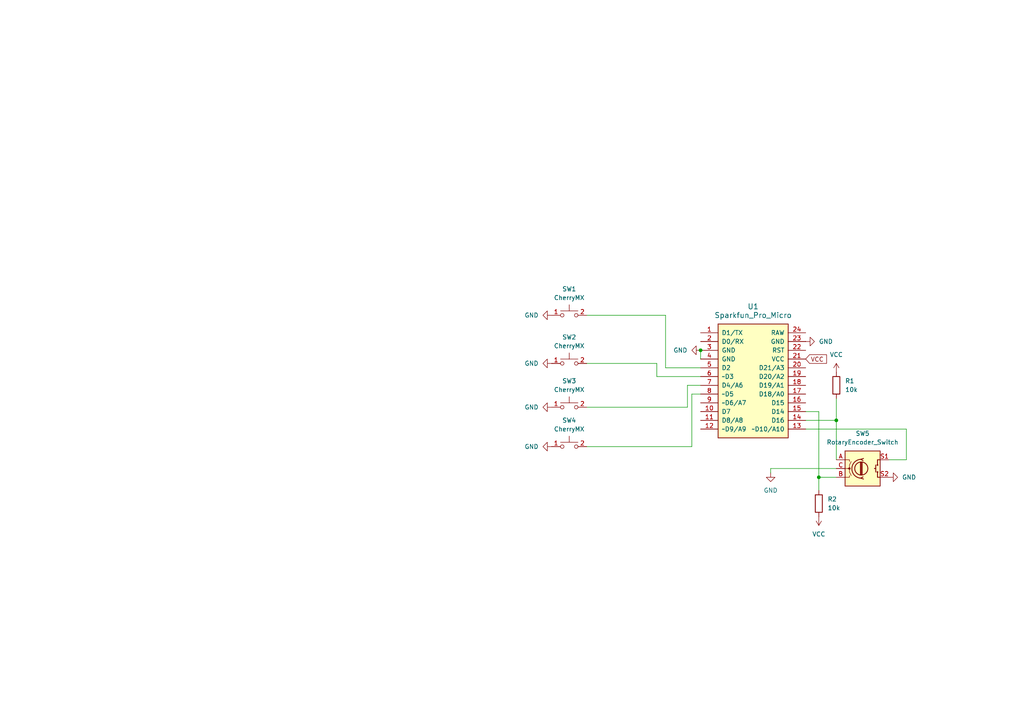
<source format=kicad_sch>
(kicad_sch
	(version 20231120)
	(generator "eeschema")
	(generator_version "8.0")
	(uuid "871839ef-4bb5-442b-82d0-9b836f903961")
	(paper "A4")
	(lib_symbols
		(symbol "Arduino:Sparkfun_Pro_Micro"
			(pin_names
				(offset 1.016)
			)
			(exclude_from_sim no)
			(in_bom yes)
			(on_board yes)
			(property "Reference" "U"
				(at -8.89 21.59 0)
				(effects
					(font
						(size 1.524 1.524)
					)
				)
			)
			(property "Value" "Sparkfun_Pro_Micro"
				(at 0 19.05 0)
				(effects
					(font
						(size 1.524 1.524)
					)
				)
			)
			(property "Footprint" "Arduino:Sparkfun_Pro_Micro"
				(at 0 -16.51 0)
				(effects
					(font
						(size 1.524 1.524)
					)
					(hide yes)
				)
			)
			(property "Datasheet" ""
				(at 2.54 -26.67 0)
				(effects
					(font
						(size 1.524 1.524)
					)
					(hide yes)
				)
			)
			(property "Description" ""
				(at 0 0 0)
				(effects
					(font
						(size 1.27 1.27)
					)
					(hide yes)
				)
			)
			(symbol "Sparkfun_Pro_Micro_0_1"
				(rectangle
					(start -10.16 17.78)
					(end 10.16 -15.24)
					(stroke
						(width 0.254)
						(type solid)
					)
					(fill
						(type background)
					)
				)
			)
			(symbol "Sparkfun_Pro_Micro_1_1"
				(pin bidirectional line
					(at -15.24 15.24 0)
					(length 5.08)
					(name "D1/TX"
						(effects
							(font
								(size 1.27 1.27)
							)
						)
					)
					(number "1"
						(effects
							(font
								(size 1.27 1.27)
							)
						)
					)
				)
				(pin bidirectional line
					(at -15.24 -7.62 0)
					(length 5.08)
					(name "D7"
						(effects
							(font
								(size 1.27 1.27)
							)
						)
					)
					(number "10"
						(effects
							(font
								(size 1.27 1.27)
							)
						)
					)
				)
				(pin bidirectional line
					(at -15.24 -10.16 0)
					(length 5.08)
					(name "D8/A8"
						(effects
							(font
								(size 1.27 1.27)
							)
						)
					)
					(number "11"
						(effects
							(font
								(size 1.27 1.27)
							)
						)
					)
				)
				(pin bidirectional line
					(at -15.24 -12.7 0)
					(length 5.08)
					(name "~D9/A9"
						(effects
							(font
								(size 1.27 1.27)
							)
						)
					)
					(number "12"
						(effects
							(font
								(size 1.27 1.27)
							)
						)
					)
				)
				(pin bidirectional line
					(at 15.24 -12.7 180)
					(length 5.08)
					(name "~D10/A10"
						(effects
							(font
								(size 1.27 1.27)
							)
						)
					)
					(number "13"
						(effects
							(font
								(size 1.27 1.27)
							)
						)
					)
				)
				(pin bidirectional line
					(at 15.24 -10.16 180)
					(length 5.08)
					(name "D16"
						(effects
							(font
								(size 1.27 1.27)
							)
						)
					)
					(number "14"
						(effects
							(font
								(size 1.27 1.27)
							)
						)
					)
				)
				(pin bidirectional line
					(at 15.24 -7.62 180)
					(length 5.08)
					(name "D14"
						(effects
							(font
								(size 1.27 1.27)
							)
						)
					)
					(number "15"
						(effects
							(font
								(size 1.27 1.27)
							)
						)
					)
				)
				(pin bidirectional line
					(at 15.24 -5.08 180)
					(length 5.08)
					(name "D15"
						(effects
							(font
								(size 1.27 1.27)
							)
						)
					)
					(number "16"
						(effects
							(font
								(size 1.27 1.27)
							)
						)
					)
				)
				(pin bidirectional line
					(at 15.24 -2.54 180)
					(length 5.08)
					(name "D18/A0"
						(effects
							(font
								(size 1.27 1.27)
							)
						)
					)
					(number "17"
						(effects
							(font
								(size 1.27 1.27)
							)
						)
					)
				)
				(pin bidirectional line
					(at 15.24 0 180)
					(length 5.08)
					(name "D19/A1"
						(effects
							(font
								(size 1.27 1.27)
							)
						)
					)
					(number "18"
						(effects
							(font
								(size 1.27 1.27)
							)
						)
					)
				)
				(pin bidirectional line
					(at 15.24 2.54 180)
					(length 5.08)
					(name "D20/A2"
						(effects
							(font
								(size 1.27 1.27)
							)
						)
					)
					(number "19"
						(effects
							(font
								(size 1.27 1.27)
							)
						)
					)
				)
				(pin bidirectional line
					(at -15.24 12.7 0)
					(length 5.08)
					(name "D0/RX"
						(effects
							(font
								(size 1.27 1.27)
							)
						)
					)
					(number "2"
						(effects
							(font
								(size 1.27 1.27)
							)
						)
					)
				)
				(pin bidirectional line
					(at 15.24 5.08 180)
					(length 5.08)
					(name "D21/A3"
						(effects
							(font
								(size 1.27 1.27)
							)
						)
					)
					(number "20"
						(effects
							(font
								(size 1.27 1.27)
							)
						)
					)
				)
				(pin power_in line
					(at 15.24 7.62 180)
					(length 5.08)
					(name "VCC"
						(effects
							(font
								(size 1.27 1.27)
							)
						)
					)
					(number "21"
						(effects
							(font
								(size 1.27 1.27)
							)
						)
					)
				)
				(pin input line
					(at 15.24 10.16 180)
					(length 5.08)
					(name "RST"
						(effects
							(font
								(size 1.27 1.27)
							)
						)
					)
					(number "22"
						(effects
							(font
								(size 1.27 1.27)
							)
						)
					)
				)
				(pin power_in line
					(at 15.24 12.7 180)
					(length 5.08)
					(name "GND"
						(effects
							(font
								(size 1.27 1.27)
							)
						)
					)
					(number "23"
						(effects
							(font
								(size 1.27 1.27)
							)
						)
					)
				)
				(pin power_in line
					(at 15.24 15.24 180)
					(length 5.08)
					(name "RAW"
						(effects
							(font
								(size 1.27 1.27)
							)
						)
					)
					(number "24"
						(effects
							(font
								(size 1.27 1.27)
							)
						)
					)
				)
				(pin power_in line
					(at -15.24 10.16 0)
					(length 5.08)
					(name "GND"
						(effects
							(font
								(size 1.27 1.27)
							)
						)
					)
					(number "3"
						(effects
							(font
								(size 1.27 1.27)
							)
						)
					)
				)
				(pin power_in line
					(at -15.24 7.62 0)
					(length 5.08)
					(name "GND"
						(effects
							(font
								(size 1.27 1.27)
							)
						)
					)
					(number "4"
						(effects
							(font
								(size 1.27 1.27)
							)
						)
					)
				)
				(pin bidirectional line
					(at -15.24 5.08 0)
					(length 5.08)
					(name "D2"
						(effects
							(font
								(size 1.27 1.27)
							)
						)
					)
					(number "5"
						(effects
							(font
								(size 1.27 1.27)
							)
						)
					)
				)
				(pin bidirectional line
					(at -15.24 2.54 0)
					(length 5.08)
					(name "~D3"
						(effects
							(font
								(size 1.27 1.27)
							)
						)
					)
					(number "6"
						(effects
							(font
								(size 1.27 1.27)
							)
						)
					)
				)
				(pin bidirectional line
					(at -15.24 0 0)
					(length 5.08)
					(name "D4/A6"
						(effects
							(font
								(size 1.27 1.27)
							)
						)
					)
					(number "7"
						(effects
							(font
								(size 1.27 1.27)
							)
						)
					)
				)
				(pin bidirectional line
					(at -15.24 -2.54 0)
					(length 5.08)
					(name "~D5"
						(effects
							(font
								(size 1.27 1.27)
							)
						)
					)
					(number "8"
						(effects
							(font
								(size 1.27 1.27)
							)
						)
					)
				)
				(pin bidirectional line
					(at -15.24 -5.08 0)
					(length 5.08)
					(name "~D6/A7"
						(effects
							(font
								(size 1.27 1.27)
							)
						)
					)
					(number "9"
						(effects
							(font
								(size 1.27 1.27)
							)
						)
					)
				)
			)
		)
		(symbol "CherryMX:CherryMX"
			(pin_names
				(offset 0.254)
			)
			(exclude_from_sim no)
			(in_bom yes)
			(on_board yes)
			(property "Reference" "SW"
				(at 2.54 3.175 0)
				(effects
					(font
						(size 1.27 1.27)
					)
				)
			)
			(property "Value" "CherryMX"
				(at 0 -1.905 0)
				(effects
					(font
						(size 1.27 1.27)
					)
				)
			)
			(property "Footprint" ""
				(at 0 0.635 0)
				(effects
					(font
						(size 1.27 1.27)
					)
					(hide yes)
				)
			)
			(property "Datasheet" ""
				(at 0 0.635 0)
				(effects
					(font
						(size 1.27 1.27)
					)
					(hide yes)
				)
			)
			(property "Description" ""
				(at 0 0 0)
				(effects
					(font
						(size 1.27 1.27)
					)
					(hide yes)
				)
			)
			(symbol "CherryMX_1_1"
				(circle
					(center -2.032 0)
					(radius 0.508)
					(stroke
						(width 0)
						(type solid)
					)
					(fill
						(type none)
					)
				)
				(polyline
					(pts
						(xy 0 1.27) (xy 0 3.048)
					)
					(stroke
						(width 0)
						(type solid)
					)
					(fill
						(type none)
					)
				)
				(polyline
					(pts
						(xy 2.54 1.27) (xy -2.54 1.27)
					)
					(stroke
						(width 0)
						(type solid)
					)
					(fill
						(type none)
					)
				)
				(circle
					(center 2.032 0)
					(radius 0.508)
					(stroke
						(width 0)
						(type solid)
					)
					(fill
						(type none)
					)
				)
				(pin passive line
					(at -5.08 0 0)
					(length 2.54)
					(name "~"
						(effects
							(font
								(size 1.27 1.27)
							)
						)
					)
					(number "1"
						(effects
							(font
								(size 1.27 1.27)
							)
						)
					)
				)
				(pin passive line
					(at 5.08 0 180)
					(length 2.54)
					(name "~"
						(effects
							(font
								(size 1.27 1.27)
							)
						)
					)
					(number "2"
						(effects
							(font
								(size 1.27 1.27)
							)
						)
					)
				)
			)
		)
		(symbol "Device:R"
			(pin_numbers hide)
			(pin_names
				(offset 0)
			)
			(exclude_from_sim no)
			(in_bom yes)
			(on_board yes)
			(property "Reference" "R"
				(at 2.032 0 90)
				(effects
					(font
						(size 1.27 1.27)
					)
				)
			)
			(property "Value" "R"
				(at 0 0 90)
				(effects
					(font
						(size 1.27 1.27)
					)
				)
			)
			(property "Footprint" ""
				(at -1.778 0 90)
				(effects
					(font
						(size 1.27 1.27)
					)
					(hide yes)
				)
			)
			(property "Datasheet" "~"
				(at 0 0 0)
				(effects
					(font
						(size 1.27 1.27)
					)
					(hide yes)
				)
			)
			(property "Description" "Resistor"
				(at 0 0 0)
				(effects
					(font
						(size 1.27 1.27)
					)
					(hide yes)
				)
			)
			(property "ki_keywords" "R res resistor"
				(at 0 0 0)
				(effects
					(font
						(size 1.27 1.27)
					)
					(hide yes)
				)
			)
			(property "ki_fp_filters" "R_*"
				(at 0 0 0)
				(effects
					(font
						(size 1.27 1.27)
					)
					(hide yes)
				)
			)
			(symbol "R_0_1"
				(rectangle
					(start -1.016 -2.54)
					(end 1.016 2.54)
					(stroke
						(width 0.254)
						(type default)
					)
					(fill
						(type none)
					)
				)
			)
			(symbol "R_1_1"
				(pin passive line
					(at 0 3.81 270)
					(length 1.27)
					(name "~"
						(effects
							(font
								(size 1.27 1.27)
							)
						)
					)
					(number "1"
						(effects
							(font
								(size 1.27 1.27)
							)
						)
					)
				)
				(pin passive line
					(at 0 -3.81 90)
					(length 1.27)
					(name "~"
						(effects
							(font
								(size 1.27 1.27)
							)
						)
					)
					(number "2"
						(effects
							(font
								(size 1.27 1.27)
							)
						)
					)
				)
			)
		)
		(symbol "Device:RotaryEncoder_Switch"
			(pin_names
				(offset 0.254) hide)
			(exclude_from_sim no)
			(in_bom yes)
			(on_board yes)
			(property "Reference" "SW"
				(at 0 6.604 0)
				(effects
					(font
						(size 1.27 1.27)
					)
				)
			)
			(property "Value" "RotaryEncoder_Switch"
				(at 0 -6.604 0)
				(effects
					(font
						(size 1.27 1.27)
					)
				)
			)
			(property "Footprint" ""
				(at -3.81 4.064 0)
				(effects
					(font
						(size 1.27 1.27)
					)
					(hide yes)
				)
			)
			(property "Datasheet" "~"
				(at 0 6.604 0)
				(effects
					(font
						(size 1.27 1.27)
					)
					(hide yes)
				)
			)
			(property "Description" "Rotary encoder, dual channel, incremental quadrate outputs, with switch"
				(at 0 0 0)
				(effects
					(font
						(size 1.27 1.27)
					)
					(hide yes)
				)
			)
			(property "ki_keywords" "rotary switch encoder switch push button"
				(at 0 0 0)
				(effects
					(font
						(size 1.27 1.27)
					)
					(hide yes)
				)
			)
			(property "ki_fp_filters" "RotaryEncoder*Switch*"
				(at 0 0 0)
				(effects
					(font
						(size 1.27 1.27)
					)
					(hide yes)
				)
			)
			(symbol "RotaryEncoder_Switch_0_1"
				(rectangle
					(start -5.08 5.08)
					(end 5.08 -5.08)
					(stroke
						(width 0.254)
						(type default)
					)
					(fill
						(type background)
					)
				)
				(circle
					(center -3.81 0)
					(radius 0.254)
					(stroke
						(width 0)
						(type default)
					)
					(fill
						(type outline)
					)
				)
				(circle
					(center -0.381 0)
					(radius 1.905)
					(stroke
						(width 0.254)
						(type default)
					)
					(fill
						(type none)
					)
				)
				(arc
					(start -0.381 2.667)
					(mid -3.0988 -0.0635)
					(end -0.381 -2.794)
					(stroke
						(width 0.254)
						(type default)
					)
					(fill
						(type none)
					)
				)
				(polyline
					(pts
						(xy -0.635 -1.778) (xy -0.635 1.778)
					)
					(stroke
						(width 0.254)
						(type default)
					)
					(fill
						(type none)
					)
				)
				(polyline
					(pts
						(xy -0.381 -1.778) (xy -0.381 1.778)
					)
					(stroke
						(width 0.254)
						(type default)
					)
					(fill
						(type none)
					)
				)
				(polyline
					(pts
						(xy -0.127 1.778) (xy -0.127 -1.778)
					)
					(stroke
						(width 0.254)
						(type default)
					)
					(fill
						(type none)
					)
				)
				(polyline
					(pts
						(xy 3.81 0) (xy 3.429 0)
					)
					(stroke
						(width 0.254)
						(type default)
					)
					(fill
						(type none)
					)
				)
				(polyline
					(pts
						(xy 3.81 1.016) (xy 3.81 -1.016)
					)
					(stroke
						(width 0.254)
						(type default)
					)
					(fill
						(type none)
					)
				)
				(polyline
					(pts
						(xy -5.08 -2.54) (xy -3.81 -2.54) (xy -3.81 -2.032)
					)
					(stroke
						(width 0)
						(type default)
					)
					(fill
						(type none)
					)
				)
				(polyline
					(pts
						(xy -5.08 2.54) (xy -3.81 2.54) (xy -3.81 2.032)
					)
					(stroke
						(width 0)
						(type default)
					)
					(fill
						(type none)
					)
				)
				(polyline
					(pts
						(xy 0.254 -3.048) (xy -0.508 -2.794) (xy 0.127 -2.413)
					)
					(stroke
						(width 0.254)
						(type default)
					)
					(fill
						(type none)
					)
				)
				(polyline
					(pts
						(xy 0.254 2.921) (xy -0.508 2.667) (xy 0.127 2.286)
					)
					(stroke
						(width 0.254)
						(type default)
					)
					(fill
						(type none)
					)
				)
				(polyline
					(pts
						(xy 5.08 -2.54) (xy 4.318 -2.54) (xy 4.318 -1.016)
					)
					(stroke
						(width 0.254)
						(type default)
					)
					(fill
						(type none)
					)
				)
				(polyline
					(pts
						(xy 5.08 2.54) (xy 4.318 2.54) (xy 4.318 1.016)
					)
					(stroke
						(width 0.254)
						(type default)
					)
					(fill
						(type none)
					)
				)
				(polyline
					(pts
						(xy -5.08 0) (xy -3.81 0) (xy -3.81 -1.016) (xy -3.302 -2.032)
					)
					(stroke
						(width 0)
						(type default)
					)
					(fill
						(type none)
					)
				)
				(polyline
					(pts
						(xy -4.318 0) (xy -3.81 0) (xy -3.81 1.016) (xy -3.302 2.032)
					)
					(stroke
						(width 0)
						(type default)
					)
					(fill
						(type none)
					)
				)
				(circle
					(center 4.318 -1.016)
					(radius 0.127)
					(stroke
						(width 0.254)
						(type default)
					)
					(fill
						(type none)
					)
				)
				(circle
					(center 4.318 1.016)
					(radius 0.127)
					(stroke
						(width 0.254)
						(type default)
					)
					(fill
						(type none)
					)
				)
			)
			(symbol "RotaryEncoder_Switch_1_1"
				(pin passive line
					(at -7.62 2.54 0)
					(length 2.54)
					(name "A"
						(effects
							(font
								(size 1.27 1.27)
							)
						)
					)
					(number "A"
						(effects
							(font
								(size 1.27 1.27)
							)
						)
					)
				)
				(pin passive line
					(at -7.62 -2.54 0)
					(length 2.54)
					(name "B"
						(effects
							(font
								(size 1.27 1.27)
							)
						)
					)
					(number "B"
						(effects
							(font
								(size 1.27 1.27)
							)
						)
					)
				)
				(pin passive line
					(at -7.62 0 0)
					(length 2.54)
					(name "C"
						(effects
							(font
								(size 1.27 1.27)
							)
						)
					)
					(number "C"
						(effects
							(font
								(size 1.27 1.27)
							)
						)
					)
				)
				(pin passive line
					(at 7.62 2.54 180)
					(length 2.54)
					(name "S1"
						(effects
							(font
								(size 1.27 1.27)
							)
						)
					)
					(number "S1"
						(effects
							(font
								(size 1.27 1.27)
							)
						)
					)
				)
				(pin passive line
					(at 7.62 -2.54 180)
					(length 2.54)
					(name "S2"
						(effects
							(font
								(size 1.27 1.27)
							)
						)
					)
					(number "S2"
						(effects
							(font
								(size 1.27 1.27)
							)
						)
					)
				)
			)
		)
		(symbol "power:GND"
			(power)
			(pin_numbers hide)
			(pin_names
				(offset 0) hide)
			(exclude_from_sim no)
			(in_bom yes)
			(on_board yes)
			(property "Reference" "#PWR"
				(at 0 -6.35 0)
				(effects
					(font
						(size 1.27 1.27)
					)
					(hide yes)
				)
			)
			(property "Value" "GND"
				(at 0 -3.81 0)
				(effects
					(font
						(size 1.27 1.27)
					)
				)
			)
			(property "Footprint" ""
				(at 0 0 0)
				(effects
					(font
						(size 1.27 1.27)
					)
					(hide yes)
				)
			)
			(property "Datasheet" ""
				(at 0 0 0)
				(effects
					(font
						(size 1.27 1.27)
					)
					(hide yes)
				)
			)
			(property "Description" "Power symbol creates a global label with name \"GND\" , ground"
				(at 0 0 0)
				(effects
					(font
						(size 1.27 1.27)
					)
					(hide yes)
				)
			)
			(property "ki_keywords" "global power"
				(at 0 0 0)
				(effects
					(font
						(size 1.27 1.27)
					)
					(hide yes)
				)
			)
			(symbol "GND_0_1"
				(polyline
					(pts
						(xy 0 0) (xy 0 -1.27) (xy 1.27 -1.27) (xy 0 -2.54) (xy -1.27 -1.27) (xy 0 -1.27)
					)
					(stroke
						(width 0)
						(type default)
					)
					(fill
						(type none)
					)
				)
			)
			(symbol "GND_1_1"
				(pin power_in line
					(at 0 0 270)
					(length 0)
					(name "~"
						(effects
							(font
								(size 1.27 1.27)
							)
						)
					)
					(number "1"
						(effects
							(font
								(size 1.27 1.27)
							)
						)
					)
				)
			)
		)
		(symbol "power:VCC"
			(power)
			(pin_numbers hide)
			(pin_names
				(offset 0) hide)
			(exclude_from_sim no)
			(in_bom yes)
			(on_board yes)
			(property "Reference" "#PWR"
				(at 0 -3.81 0)
				(effects
					(font
						(size 1.27 1.27)
					)
					(hide yes)
				)
			)
			(property "Value" "VCC"
				(at 0 3.556 0)
				(effects
					(font
						(size 1.27 1.27)
					)
				)
			)
			(property "Footprint" ""
				(at 0 0 0)
				(effects
					(font
						(size 1.27 1.27)
					)
					(hide yes)
				)
			)
			(property "Datasheet" ""
				(at 0 0 0)
				(effects
					(font
						(size 1.27 1.27)
					)
					(hide yes)
				)
			)
			(property "Description" "Power symbol creates a global label with name \"VCC\""
				(at 0 0 0)
				(effects
					(font
						(size 1.27 1.27)
					)
					(hide yes)
				)
			)
			(property "ki_keywords" "global power"
				(at 0 0 0)
				(effects
					(font
						(size 1.27 1.27)
					)
					(hide yes)
				)
			)
			(symbol "VCC_0_1"
				(polyline
					(pts
						(xy -0.762 1.27) (xy 0 2.54)
					)
					(stroke
						(width 0)
						(type default)
					)
					(fill
						(type none)
					)
				)
				(polyline
					(pts
						(xy 0 0) (xy 0 2.54)
					)
					(stroke
						(width 0)
						(type default)
					)
					(fill
						(type none)
					)
				)
				(polyline
					(pts
						(xy 0 2.54) (xy 0.762 1.27)
					)
					(stroke
						(width 0)
						(type default)
					)
					(fill
						(type none)
					)
				)
			)
			(symbol "VCC_1_1"
				(pin power_in line
					(at 0 0 90)
					(length 0)
					(name "~"
						(effects
							(font
								(size 1.27 1.27)
							)
						)
					)
					(number "1"
						(effects
							(font
								(size 1.27 1.27)
							)
						)
					)
				)
			)
		)
	)
	(junction
		(at 237.49 138.43)
		(diameter 0)
		(color 0 0 0 0)
		(uuid "11cc5f32-b40f-4056-9e37-0cebbe6e741a")
	)
	(junction
		(at 203.2 101.6)
		(diameter 0)
		(color 0 0 0 0)
		(uuid "42db9776-cbe8-4563-8372-5e81e44aa8c6")
	)
	(junction
		(at 242.57 121.92)
		(diameter 0)
		(color 0 0 0 0)
		(uuid "d54eb3b4-65ee-4ab9-90dc-8a00cb257091")
	)
	(wire
		(pts
			(xy 193.04 106.68) (xy 203.2 106.68)
		)
		(stroke
			(width 0)
			(type default)
		)
		(uuid "0ab30703-6ee8-4d0e-a2c5-a13cc0ab00fe")
	)
	(wire
		(pts
			(xy 190.5 109.22) (xy 203.2 109.22)
		)
		(stroke
			(width 0)
			(type default)
		)
		(uuid "0bbe3bd8-5d02-464a-bd84-4f61d66bfecd")
	)
	(wire
		(pts
			(xy 233.68 121.92) (xy 242.57 121.92)
		)
		(stroke
			(width 0)
			(type default)
		)
		(uuid "19610c27-6093-4e17-b97e-f1cddcaabd0d")
	)
	(wire
		(pts
			(xy 237.49 119.38) (xy 237.49 138.43)
		)
		(stroke
			(width 0)
			(type default)
		)
		(uuid "19d5d02f-3d5c-42e4-8f4b-5b3736c786a7")
	)
	(wire
		(pts
			(xy 257.81 133.35) (xy 262.89 133.35)
		)
		(stroke
			(width 0)
			(type default)
		)
		(uuid "22254d4f-c3f5-4deb-a1d5-4f938de55575")
	)
	(wire
		(pts
			(xy 242.57 135.89) (xy 223.52 135.89)
		)
		(stroke
			(width 0)
			(type default)
		)
		(uuid "3a75618f-100c-493e-93d6-c249e6013b31")
	)
	(wire
		(pts
			(xy 237.49 119.38) (xy 233.68 119.38)
		)
		(stroke
			(width 0)
			(type default)
		)
		(uuid "4d4883a6-3848-4012-9e27-0cf688d6066a")
	)
	(wire
		(pts
			(xy 199.39 118.11) (xy 199.39 111.76)
		)
		(stroke
			(width 0)
			(type default)
		)
		(uuid "5ad33e26-2853-4285-b91d-37dffc040028")
	)
	(wire
		(pts
			(xy 190.5 105.41) (xy 190.5 109.22)
		)
		(stroke
			(width 0)
			(type default)
		)
		(uuid "5da1bcd2-da5f-462a-bfc9-6158799c098a")
	)
	(wire
		(pts
			(xy 237.49 138.43) (xy 237.49 142.24)
		)
		(stroke
			(width 0)
			(type default)
		)
		(uuid "87c09f7a-884e-406d-bc54-0e1173dba39e")
	)
	(wire
		(pts
			(xy 242.57 121.92) (xy 242.57 133.35)
		)
		(stroke
			(width 0)
			(type default)
		)
		(uuid "94666ea4-bdfd-452a-8d01-4e1bc9688f6f")
	)
	(wire
		(pts
			(xy 242.57 138.43) (xy 237.49 138.43)
		)
		(stroke
			(width 0)
			(type default)
		)
		(uuid "95af8d33-ea04-4d03-81da-72138f8c86ca")
	)
	(wire
		(pts
			(xy 200.66 114.3) (xy 203.2 114.3)
		)
		(stroke
			(width 0)
			(type default)
		)
		(uuid "964a96b3-0f03-4a1b-b145-8066e4f922f6")
	)
	(wire
		(pts
			(xy 199.39 111.76) (xy 203.2 111.76)
		)
		(stroke
			(width 0)
			(type default)
		)
		(uuid "9e9260d4-a5f5-4ef6-89c6-97da7558691b")
	)
	(wire
		(pts
			(xy 193.04 91.44) (xy 193.04 106.68)
		)
		(stroke
			(width 0)
			(type default)
		)
		(uuid "a05c1cb7-56f5-43da-a7c7-3947afe33c24")
	)
	(wire
		(pts
			(xy 223.52 135.89) (xy 223.52 137.16)
		)
		(stroke
			(width 0)
			(type default)
		)
		(uuid "b59bcdeb-acc0-4912-b62c-7159ffe293e8")
	)
	(wire
		(pts
			(xy 170.18 129.54) (xy 200.66 129.54)
		)
		(stroke
			(width 0)
			(type default)
		)
		(uuid "c1359adf-4b4c-47fd-8bee-3c5186d50a8f")
	)
	(wire
		(pts
			(xy 170.18 118.11) (xy 199.39 118.11)
		)
		(stroke
			(width 0)
			(type default)
		)
		(uuid "c19acb4a-cf00-475a-8f97-623a362a3f61")
	)
	(wire
		(pts
			(xy 170.18 91.44) (xy 193.04 91.44)
		)
		(stroke
			(width 0)
			(type default)
		)
		(uuid "d505ff0a-db21-4512-9dcd-db5f6ff02eca")
	)
	(wire
		(pts
			(xy 262.89 133.35) (xy 262.89 124.46)
		)
		(stroke
			(width 0)
			(type default)
		)
		(uuid "d9fc58d4-08f2-4f6e-aab9-78b7e2e3900d")
	)
	(wire
		(pts
			(xy 262.89 124.46) (xy 233.68 124.46)
		)
		(stroke
			(width 0)
			(type default)
		)
		(uuid "df2dd2cb-1862-45c2-ba3e-d1af85bc2ff2")
	)
	(wire
		(pts
			(xy 242.57 115.57) (xy 242.57 121.92)
		)
		(stroke
			(width 0)
			(type default)
		)
		(uuid "df73bdbc-f0da-4580-9b24-45169d5ad488")
	)
	(wire
		(pts
			(xy 203.2 101.6) (xy 203.2 104.14)
		)
		(stroke
			(width 0)
			(type default)
		)
		(uuid "eac18528-5948-4183-8271-5f45f396f8c6")
	)
	(wire
		(pts
			(xy 200.66 129.54) (xy 200.66 114.3)
		)
		(stroke
			(width 0)
			(type default)
		)
		(uuid "fbf44f8e-6fc7-4674-a906-4863d0ad51d7")
	)
	(wire
		(pts
			(xy 170.18 105.41) (xy 190.5 105.41)
		)
		(stroke
			(width 0)
			(type default)
		)
		(uuid "fc675cb8-d3ce-4f9d-81b5-2700bca03dbd")
	)
	(global_label "VCC"
		(shape input)
		(at 233.68 104.14 0)
		(fields_autoplaced yes)
		(effects
			(font
				(size 1.27 1.27)
			)
			(justify left)
		)
		(uuid "6c611098-42a4-4a67-8843-04d217fc0395")
		(property "Intersheetrefs" "${INTERSHEET_REFS}"
			(at 240.2938 104.14 0)
			(effects
				(font
					(size 1.27 1.27)
				)
				(justify left)
				(hide yes)
			)
		)
	)
	(symbol
		(lib_id "power:GND")
		(at 203.2 101.6 270)
		(unit 1)
		(exclude_from_sim no)
		(in_bom yes)
		(on_board yes)
		(dnp no)
		(fields_autoplaced yes)
		(uuid "0caf47ca-afaf-4b1c-b91a-6bfd08bbe65e")
		(property "Reference" "#PWR08"
			(at 196.85 101.6 0)
			(effects
				(font
					(size 1.27 1.27)
				)
				(hide yes)
			)
		)
		(property "Value" "GND"
			(at 199.39 101.5999 90)
			(effects
				(font
					(size 1.27 1.27)
				)
				(justify right)
			)
		)
		(property "Footprint" ""
			(at 203.2 101.6 0)
			(effects
				(font
					(size 1.27 1.27)
				)
				(hide yes)
			)
		)
		(property "Datasheet" ""
			(at 203.2 101.6 0)
			(effects
				(font
					(size 1.27 1.27)
				)
				(hide yes)
			)
		)
		(property "Description" "Power symbol creates a global label with name \"GND\" , ground"
			(at 203.2 101.6 0)
			(effects
				(font
					(size 1.27 1.27)
				)
				(hide yes)
			)
		)
		(pin "1"
			(uuid "523a4e86-2f30-4547-8407-46f2252ac137")
		)
		(instances
			(project "secondProject"
				(path "/871839ef-4bb5-442b-82d0-9b836f903961"
					(reference "#PWR08")
					(unit 1)
				)
			)
		)
	)
	(symbol
		(lib_id "power:GND")
		(at 160.02 118.11 270)
		(unit 1)
		(exclude_from_sim no)
		(in_bom yes)
		(on_board yes)
		(dnp no)
		(fields_autoplaced yes)
		(uuid "1a34145c-95a5-404a-b3d4-f54be62531cf")
		(property "Reference" "#PWR05"
			(at 153.67 118.11 0)
			(effects
				(font
					(size 1.27 1.27)
				)
				(hide yes)
			)
		)
		(property "Value" "GND"
			(at 156.21 118.1099 90)
			(effects
				(font
					(size 1.27 1.27)
				)
				(justify right)
			)
		)
		(property "Footprint" ""
			(at 160.02 118.11 0)
			(effects
				(font
					(size 1.27 1.27)
				)
				(hide yes)
			)
		)
		(property "Datasheet" ""
			(at 160.02 118.11 0)
			(effects
				(font
					(size 1.27 1.27)
				)
				(hide yes)
			)
		)
		(property "Description" "Power symbol creates a global label with name \"GND\" , ground"
			(at 160.02 118.11 0)
			(effects
				(font
					(size 1.27 1.27)
				)
				(hide yes)
			)
		)
		(pin "1"
			(uuid "8617018d-e907-4d22-95a0-26d299b5033d")
		)
		(instances
			(project "secondProject"
				(path "/871839ef-4bb5-442b-82d0-9b836f903961"
					(reference "#PWR05")
					(unit 1)
				)
			)
		)
	)
	(symbol
		(lib_id "CherryMX:CherryMX")
		(at 165.1 129.54 0)
		(unit 1)
		(exclude_from_sim no)
		(in_bom yes)
		(on_board yes)
		(dnp no)
		(fields_autoplaced yes)
		(uuid "2d534c39-c9b9-427d-bfaa-e357ef6a1662")
		(property "Reference" "SW4"
			(at 165.1 121.92 0)
			(effects
				(font
					(size 1.27 1.27)
				)
			)
		)
		(property "Value" "CherryMX"
			(at 165.1 124.46 0)
			(effects
				(font
					(size 1.27 1.27)
				)
			)
		)
		(property "Footprint" "Button_Switch_Keyboard:SW_Cherry_MX_1.00u_PCB"
			(at 165.1 128.905 0)
			(effects
				(font
					(size 1.27 1.27)
				)
				(hide yes)
			)
		)
		(property "Datasheet" ""
			(at 165.1 128.905 0)
			(effects
				(font
					(size 1.27 1.27)
				)
				(hide yes)
			)
		)
		(property "Description" ""
			(at 165.1 129.54 0)
			(effects
				(font
					(size 1.27 1.27)
				)
				(hide yes)
			)
		)
		(pin "1"
			(uuid "0b01efc9-288f-4901-ba23-8afb9e798f3e")
		)
		(pin "2"
			(uuid "9977805e-0f21-4c17-83c0-fd621cab0eb9")
		)
		(instances
			(project "secondProject"
				(path "/871839ef-4bb5-442b-82d0-9b836f903961"
					(reference "SW4")
					(unit 1)
				)
			)
		)
	)
	(symbol
		(lib_id "Arduino:Sparkfun_Pro_Micro")
		(at 218.44 111.76 0)
		(unit 1)
		(exclude_from_sim no)
		(in_bom yes)
		(on_board yes)
		(dnp no)
		(fields_autoplaced yes)
		(uuid "62749866-b57f-4c0b-8ecb-cc70c9de23c1")
		(property "Reference" "U1"
			(at 218.44 88.9 0)
			(effects
				(font
					(size 1.524 1.524)
				)
			)
		)
		(property "Value" "Sparkfun_Pro_Micro"
			(at 218.44 91.44 0)
			(effects
				(font
					(size 1.524 1.524)
				)
			)
		)
		(property "Footprint" "promicro:ProMicro"
			(at 218.44 128.27 0)
			(effects
				(font
					(size 1.524 1.524)
				)
				(hide yes)
			)
		)
		(property "Datasheet" ""
			(at 220.98 138.43 0)
			(effects
				(font
					(size 1.524 1.524)
				)
				(hide yes)
			)
		)
		(property "Description" ""
			(at 218.44 111.76 0)
			(effects
				(font
					(size 1.27 1.27)
				)
				(hide yes)
			)
		)
		(pin "12"
			(uuid "491746f1-516d-42e0-8414-d48dc9f1fd13")
		)
		(pin "20"
			(uuid "497967dc-c4c3-4add-9b93-6d132a84cae0")
		)
		(pin "11"
			(uuid "68698916-3c3d-4f1c-bb27-5a0015aaf883")
		)
		(pin "6"
			(uuid "1b5067c2-66d6-4000-ae9b-6ce61b2b2803")
		)
		(pin "9"
			(uuid "6cf9b3aa-00c0-4d89-9faf-a21f36291cbf")
		)
		(pin "17"
			(uuid "2311fe31-6d54-43eb-95b9-3bca742e86b5")
		)
		(pin "7"
			(uuid "212a2890-3094-45f6-a3d6-39c7f9617656")
		)
		(pin "24"
			(uuid "938a5fd8-aed4-4521-bcf8-08f79cf15a2f")
		)
		(pin "1"
			(uuid "fc54e11c-ba6a-49ae-bf1f-4270b070d144")
		)
		(pin "13"
			(uuid "de48dca4-52eb-4ac6-aa05-7bf09adbf4d5")
		)
		(pin "3"
			(uuid "170cf279-259d-40c8-97f8-bc3cda7d907c")
		)
		(pin "16"
			(uuid "a114de09-0487-489e-b093-bc67cbb8c846")
		)
		(pin "2"
			(uuid "4f4225ac-9e34-4438-9903-61e83d49a586")
		)
		(pin "8"
			(uuid "804ecfda-8504-4527-81e2-b002f72a4f1c")
		)
		(pin "10"
			(uuid "f5699644-0a95-4a01-9dcc-d0b88d2dd0c8")
		)
		(pin "18"
			(uuid "f1b66ec8-a2b0-490e-a154-8b798d6e44ea")
		)
		(pin "19"
			(uuid "eca48795-ff65-476c-ad91-f351935306e4")
		)
		(pin "15"
			(uuid "876eda0a-6c45-4ffa-8197-08682f1032ae")
		)
		(pin "5"
			(uuid "5cef956a-761d-47d0-92a1-afe15156a799")
		)
		(pin "21"
			(uuid "b2fa10d0-5195-4fc5-a303-da851fc351ea")
		)
		(pin "4"
			(uuid "193ebadf-adec-41fd-815f-964df33430bc")
		)
		(pin "14"
			(uuid "44f57301-938e-4368-82ee-0aeee2c14172")
		)
		(pin "22"
			(uuid "67b0a256-14b4-4d98-8639-00c6446c69ad")
		)
		(pin "23"
			(uuid "d987a9b6-4c0e-42e7-b075-d1bbfb9bbd74")
		)
		(instances
			(project "secondProject"
				(path "/871839ef-4bb5-442b-82d0-9b836f903961"
					(reference "U1")
					(unit 1)
				)
			)
		)
	)
	(symbol
		(lib_id "power:VCC")
		(at 237.49 149.86 180)
		(unit 1)
		(exclude_from_sim no)
		(in_bom yes)
		(on_board yes)
		(dnp no)
		(fields_autoplaced yes)
		(uuid "6594195b-70d7-48a6-813d-3c64cd961c99")
		(property "Reference" "#PWR03"
			(at 237.49 146.05 0)
			(effects
				(font
					(size 1.27 1.27)
				)
				(hide yes)
			)
		)
		(property "Value" "VCC"
			(at 237.49 154.94 0)
			(effects
				(font
					(size 1.27 1.27)
				)
			)
		)
		(property "Footprint" ""
			(at 237.49 149.86 0)
			(effects
				(font
					(size 1.27 1.27)
				)
				(hide yes)
			)
		)
		(property "Datasheet" ""
			(at 237.49 149.86 0)
			(effects
				(font
					(size 1.27 1.27)
				)
				(hide yes)
			)
		)
		(property "Description" "Power symbol creates a global label with name \"VCC\""
			(at 237.49 149.86 0)
			(effects
				(font
					(size 1.27 1.27)
				)
				(hide yes)
			)
		)
		(pin "1"
			(uuid "0ebb82bf-e113-4754-8728-ec190086f7db")
		)
		(instances
			(project "secondProject"
				(path "/871839ef-4bb5-442b-82d0-9b836f903961"
					(reference "#PWR03")
					(unit 1)
				)
			)
		)
	)
	(symbol
		(lib_id "CherryMX:CherryMX")
		(at 165.1 118.11 0)
		(unit 1)
		(exclude_from_sim no)
		(in_bom yes)
		(on_board yes)
		(dnp no)
		(fields_autoplaced yes)
		(uuid "76e12fd2-3c12-4ef8-a96a-e276efc6eb53")
		(property "Reference" "SW3"
			(at 165.1 110.49 0)
			(effects
				(font
					(size 1.27 1.27)
				)
			)
		)
		(property "Value" "CherryMX"
			(at 165.1 113.03 0)
			(effects
				(font
					(size 1.27 1.27)
				)
			)
		)
		(property "Footprint" "Button_Switch_Keyboard:SW_Cherry_MX_1.00u_PCB"
			(at 165.1 117.475 0)
			(effects
				(font
					(size 1.27 1.27)
				)
				(hide yes)
			)
		)
		(property "Datasheet" ""
			(at 165.1 117.475 0)
			(effects
				(font
					(size 1.27 1.27)
				)
				(hide yes)
			)
		)
		(property "Description" ""
			(at 165.1 118.11 0)
			(effects
				(font
					(size 1.27 1.27)
				)
				(hide yes)
			)
		)
		(pin "1"
			(uuid "5599ea6f-2b60-44b7-837a-56831b2addf1")
		)
		(pin "2"
			(uuid "c82e1dce-9190-4123-8c45-413f7ffc819b")
		)
		(instances
			(project "secondProject"
				(path "/871839ef-4bb5-442b-82d0-9b836f903961"
					(reference "SW3")
					(unit 1)
				)
			)
		)
	)
	(symbol
		(lib_id "power:GND")
		(at 233.68 99.06 90)
		(unit 1)
		(exclude_from_sim no)
		(in_bom yes)
		(on_board yes)
		(dnp no)
		(fields_autoplaced yes)
		(uuid "7bf71702-3cc2-4b22-bcc2-b49a8232f8f0")
		(property "Reference" "#PWR09"
			(at 240.03 99.06 0)
			(effects
				(font
					(size 1.27 1.27)
				)
				(hide yes)
			)
		)
		(property "Value" "GND"
			(at 237.49 99.0599 90)
			(effects
				(font
					(size 1.27 1.27)
				)
				(justify right)
			)
		)
		(property "Footprint" ""
			(at 233.68 99.06 0)
			(effects
				(font
					(size 1.27 1.27)
				)
				(hide yes)
			)
		)
		(property "Datasheet" ""
			(at 233.68 99.06 0)
			(effects
				(font
					(size 1.27 1.27)
				)
				(hide yes)
			)
		)
		(property "Description" "Power symbol creates a global label with name \"GND\" , ground"
			(at 233.68 99.06 0)
			(effects
				(font
					(size 1.27 1.27)
				)
				(hide yes)
			)
		)
		(pin "1"
			(uuid "f41d7881-9ce6-40a2-a891-3f79ee5600c5")
		)
		(instances
			(project "secondProject"
				(path "/871839ef-4bb5-442b-82d0-9b836f903961"
					(reference "#PWR09")
					(unit 1)
				)
			)
		)
	)
	(symbol
		(lib_id "power:VCC")
		(at 242.57 107.95 0)
		(unit 1)
		(exclude_from_sim no)
		(in_bom yes)
		(on_board yes)
		(dnp no)
		(fields_autoplaced yes)
		(uuid "8e2cc93d-74ed-40cf-ae30-0824cc423f73")
		(property "Reference" "#PWR02"
			(at 242.57 111.76 0)
			(effects
				(font
					(size 1.27 1.27)
				)
				(hide yes)
			)
		)
		(property "Value" "VCC"
			(at 242.57 102.87 0)
			(effects
				(font
					(size 1.27 1.27)
				)
			)
		)
		(property "Footprint" ""
			(at 242.57 107.95 0)
			(effects
				(font
					(size 1.27 1.27)
				)
				(hide yes)
			)
		)
		(property "Datasheet" ""
			(at 242.57 107.95 0)
			(effects
				(font
					(size 1.27 1.27)
				)
				(hide yes)
			)
		)
		(property "Description" "Power symbol creates a global label with name \"VCC\""
			(at 242.57 107.95 0)
			(effects
				(font
					(size 1.27 1.27)
				)
				(hide yes)
			)
		)
		(pin "1"
			(uuid "8c793159-1b0d-4b5e-bb43-fbe86961873b")
		)
		(instances
			(project "secondProject"
				(path "/871839ef-4bb5-442b-82d0-9b836f903961"
					(reference "#PWR02")
					(unit 1)
				)
			)
		)
	)
	(symbol
		(lib_id "power:GND")
		(at 223.52 137.16 0)
		(unit 1)
		(exclude_from_sim no)
		(in_bom yes)
		(on_board yes)
		(dnp no)
		(fields_autoplaced yes)
		(uuid "94148309-3140-4135-a985-37a89f669b30")
		(property "Reference" "#PWR01"
			(at 223.52 143.51 0)
			(effects
				(font
					(size 1.27 1.27)
				)
				(hide yes)
			)
		)
		(property "Value" "GND"
			(at 223.52 142.24 0)
			(effects
				(font
					(size 1.27 1.27)
				)
			)
		)
		(property "Footprint" ""
			(at 223.52 137.16 0)
			(effects
				(font
					(size 1.27 1.27)
				)
				(hide yes)
			)
		)
		(property "Datasheet" ""
			(at 223.52 137.16 0)
			(effects
				(font
					(size 1.27 1.27)
				)
				(hide yes)
			)
		)
		(property "Description" "Power symbol creates a global label with name \"GND\" , ground"
			(at 223.52 137.16 0)
			(effects
				(font
					(size 1.27 1.27)
				)
				(hide yes)
			)
		)
		(pin "1"
			(uuid "2c1a8ff9-479f-475d-bf91-9917876457c1")
		)
		(instances
			(project "secondProject"
				(path "/871839ef-4bb5-442b-82d0-9b836f903961"
					(reference "#PWR01")
					(unit 1)
				)
			)
		)
	)
	(symbol
		(lib_id "Device:R")
		(at 242.57 111.76 0)
		(unit 1)
		(exclude_from_sim no)
		(in_bom yes)
		(on_board yes)
		(dnp no)
		(fields_autoplaced yes)
		(uuid "a0088b2d-4124-4cfb-83d7-1edbe2160adc")
		(property "Reference" "R1"
			(at 245.11 110.4899 0)
			(effects
				(font
					(size 1.27 1.27)
				)
				(justify left)
			)
		)
		(property "Value" "10k"
			(at 245.11 113.0299 0)
			(effects
				(font
					(size 1.27 1.27)
				)
				(justify left)
			)
		)
		(property "Footprint" "Resistor_SMD:R_0402_1005Metric"
			(at 240.792 111.76 90)
			(effects
				(font
					(size 1.27 1.27)
				)
				(hide yes)
			)
		)
		(property "Datasheet" "~"
			(at 242.57 111.76 0)
			(effects
				(font
					(size 1.27 1.27)
				)
				(hide yes)
			)
		)
		(property "Description" "Resistor"
			(at 242.57 111.76 0)
			(effects
				(font
					(size 1.27 1.27)
				)
				(hide yes)
			)
		)
		(pin "1"
			(uuid "5782fe38-b7e2-4c40-b88a-5a48ea7f2a3a")
		)
		(pin "2"
			(uuid "865f23a7-d703-490b-b2ff-e9fcba47a22c")
		)
		(instances
			(project "secondProject"
				(path "/871839ef-4bb5-442b-82d0-9b836f903961"
					(reference "R1")
					(unit 1)
				)
			)
		)
	)
	(symbol
		(lib_id "Device:R")
		(at 237.49 146.05 0)
		(unit 1)
		(exclude_from_sim no)
		(in_bom yes)
		(on_board yes)
		(dnp no)
		(fields_autoplaced yes)
		(uuid "a1273f21-ae0f-4237-bca3-386ce21f0f22")
		(property "Reference" "R2"
			(at 240.03 144.7799 0)
			(effects
				(font
					(size 1.27 1.27)
				)
				(justify left)
			)
		)
		(property "Value" "10k"
			(at 240.03 147.3199 0)
			(effects
				(font
					(size 1.27 1.27)
				)
				(justify left)
			)
		)
		(property "Footprint" "Resistor_SMD:R_0402_1005Metric"
			(at 235.712 146.05 90)
			(effects
				(font
					(size 1.27 1.27)
				)
				(hide yes)
			)
		)
		(property "Datasheet" "~"
			(at 237.49 146.05 0)
			(effects
				(font
					(size 1.27 1.27)
				)
				(hide yes)
			)
		)
		(property "Description" "Resistor"
			(at 237.49 146.05 0)
			(effects
				(font
					(size 1.27 1.27)
				)
				(hide yes)
			)
		)
		(pin "1"
			(uuid "ffe436a5-a2aa-4126-b276-670fb959a01f")
		)
		(pin "2"
			(uuid "fbcce8f0-3bfc-4f4d-98fe-f3fa92095852")
		)
		(instances
			(project "secondProject"
				(path "/871839ef-4bb5-442b-82d0-9b836f903961"
					(reference "R2")
					(unit 1)
				)
			)
		)
	)
	(symbol
		(lib_id "power:GND")
		(at 160.02 91.44 270)
		(unit 1)
		(exclude_from_sim no)
		(in_bom yes)
		(on_board yes)
		(dnp no)
		(fields_autoplaced yes)
		(uuid "b817f0ba-90bb-415b-8b74-46b093e2cd40")
		(property "Reference" "#PWR07"
			(at 153.67 91.44 0)
			(effects
				(font
					(size 1.27 1.27)
				)
				(hide yes)
			)
		)
		(property "Value" "GND"
			(at 156.21 91.4399 90)
			(effects
				(font
					(size 1.27 1.27)
				)
				(justify right)
			)
		)
		(property "Footprint" ""
			(at 160.02 91.44 0)
			(effects
				(font
					(size 1.27 1.27)
				)
				(hide yes)
			)
		)
		(property "Datasheet" ""
			(at 160.02 91.44 0)
			(effects
				(font
					(size 1.27 1.27)
				)
				(hide yes)
			)
		)
		(property "Description" "Power symbol creates a global label with name \"GND\" , ground"
			(at 160.02 91.44 0)
			(effects
				(font
					(size 1.27 1.27)
				)
				(hide yes)
			)
		)
		(pin "1"
			(uuid "a59a441d-0ad1-4012-af5a-53ca55f1bc97")
		)
		(instances
			(project "secondProject"
				(path "/871839ef-4bb5-442b-82d0-9b836f903961"
					(reference "#PWR07")
					(unit 1)
				)
			)
		)
	)
	(symbol
		(lib_id "CherryMX:CherryMX")
		(at 165.1 91.44 0)
		(unit 1)
		(exclude_from_sim no)
		(in_bom yes)
		(on_board yes)
		(dnp no)
		(fields_autoplaced yes)
		(uuid "bae615e6-96f6-47c6-8221-7bf6c1846444")
		(property "Reference" "SW1"
			(at 165.1 83.82 0)
			(effects
				(font
					(size 1.27 1.27)
				)
			)
		)
		(property "Value" "CherryMX"
			(at 165.1 86.36 0)
			(effects
				(font
					(size 1.27 1.27)
				)
			)
		)
		(property "Footprint" "Button_Switch_Keyboard:SW_Cherry_MX_1.00u_PCB"
			(at 165.1 90.805 0)
			(effects
				(font
					(size 1.27 1.27)
				)
				(hide yes)
			)
		)
		(property "Datasheet" ""
			(at 165.1 90.805 0)
			(effects
				(font
					(size 1.27 1.27)
				)
				(hide yes)
			)
		)
		(property "Description" ""
			(at 165.1 91.44 0)
			(effects
				(font
					(size 1.27 1.27)
				)
				(hide yes)
			)
		)
		(pin "1"
			(uuid "5d235e50-4212-47eb-99cf-a6dd86ce5505")
		)
		(pin "2"
			(uuid "7b554dbd-89b2-4983-a7c2-e4c11dc8e909")
		)
		(instances
			(project "secondProject"
				(path "/871839ef-4bb5-442b-82d0-9b836f903961"
					(reference "SW1")
					(unit 1)
				)
			)
		)
	)
	(symbol
		(lib_id "CherryMX:CherryMX")
		(at 165.1 105.41 0)
		(unit 1)
		(exclude_from_sim no)
		(in_bom yes)
		(on_board yes)
		(dnp no)
		(fields_autoplaced yes)
		(uuid "c3575df3-47c0-4add-b34b-5557b03264f4")
		(property "Reference" "SW2"
			(at 165.1 97.79 0)
			(effects
				(font
					(size 1.27 1.27)
				)
			)
		)
		(property "Value" "CherryMX"
			(at 165.1 100.33 0)
			(effects
				(font
					(size 1.27 1.27)
				)
			)
		)
		(property "Footprint" "Button_Switch_Keyboard:SW_Cherry_MX_1.00u_PCB"
			(at 165.1 104.775 0)
			(effects
				(font
					(size 1.27 1.27)
				)
				(hide yes)
			)
		)
		(property "Datasheet" ""
			(at 165.1 104.775 0)
			(effects
				(font
					(size 1.27 1.27)
				)
				(hide yes)
			)
		)
		(property "Description" ""
			(at 165.1 105.41 0)
			(effects
				(font
					(size 1.27 1.27)
				)
				(hide yes)
			)
		)
		(pin "1"
			(uuid "34f19772-6523-4371-8723-51ca7316cbe7")
		)
		(pin "2"
			(uuid "10cd1eda-021f-49a6-bef1-7def4a03d39d")
		)
		(instances
			(project "secondProject"
				(path "/871839ef-4bb5-442b-82d0-9b836f903961"
					(reference "SW2")
					(unit 1)
				)
			)
		)
	)
	(symbol
		(lib_id "Device:RotaryEncoder_Switch")
		(at 250.19 135.89 0)
		(unit 1)
		(exclude_from_sim no)
		(in_bom yes)
		(on_board yes)
		(dnp no)
		(fields_autoplaced yes)
		(uuid "c4c13e16-c47e-4256-9ace-5c5bfaa98193")
		(property "Reference" "SW5"
			(at 250.19 125.73 0)
			(effects
				(font
					(size 1.27 1.27)
				)
			)
		)
		(property "Value" "RotaryEncoder_Switch"
			(at 250.19 128.27 0)
			(effects
				(font
					(size 1.27 1.27)
				)
			)
		)
		(property "Footprint" "Rotary_Encoder:RotaryEncoder_Alps_EC11E-Switch_Vertical_H20mm"
			(at 246.38 131.826 0)
			(effects
				(font
					(size 1.27 1.27)
				)
				(hide yes)
			)
		)
		(property "Datasheet" "~"
			(at 250.19 129.286 0)
			(effects
				(font
					(size 1.27 1.27)
				)
				(hide yes)
			)
		)
		(property "Description" "Rotary encoder, dual channel, incremental quadrate outputs, with switch"
			(at 250.19 135.89 0)
			(effects
				(font
					(size 1.27 1.27)
				)
				(hide yes)
			)
		)
		(pin "B"
			(uuid "3b2e15f7-566b-448e-adf9-4a349815ae70")
		)
		(pin "S2"
			(uuid "e5bec28f-67a2-4160-8e3c-0b5756e605b6")
		)
		(pin "S1"
			(uuid "a1c22517-d114-4099-a4b9-e4542f813c60")
		)
		(pin "C"
			(uuid "d26a3e17-620a-4c45-9b60-4e00b638d884")
		)
		(pin "A"
			(uuid "28fd0ac1-a9bd-45d1-b4c1-de9fd8f33d25")
		)
		(instances
			(project "secondProject"
				(path "/871839ef-4bb5-442b-82d0-9b836f903961"
					(reference "SW5")
					(unit 1)
				)
			)
		)
	)
	(symbol
		(lib_id "power:GND")
		(at 257.81 138.43 90)
		(unit 1)
		(exclude_from_sim no)
		(in_bom yes)
		(on_board yes)
		(dnp no)
		(fields_autoplaced yes)
		(uuid "cf0b63ca-0838-4a9d-98a2-fc86641b2e1b")
		(property "Reference" "#PWR010"
			(at 264.16 138.43 0)
			(effects
				(font
					(size 1.27 1.27)
				)
				(hide yes)
			)
		)
		(property "Value" "GND"
			(at 261.62 138.4299 90)
			(effects
				(font
					(size 1.27 1.27)
				)
				(justify right)
			)
		)
		(property "Footprint" ""
			(at 257.81 138.43 0)
			(effects
				(font
					(size 1.27 1.27)
				)
				(hide yes)
			)
		)
		(property "Datasheet" ""
			(at 257.81 138.43 0)
			(effects
				(font
					(size 1.27 1.27)
				)
				(hide yes)
			)
		)
		(property "Description" "Power symbol creates a global label with name \"GND\" , ground"
			(at 257.81 138.43 0)
			(effects
				(font
					(size 1.27 1.27)
				)
				(hide yes)
			)
		)
		(pin "1"
			(uuid "346653ee-3707-4747-bfa9-b10d1ed6a2b1")
		)
		(instances
			(project "secondProject"
				(path "/871839ef-4bb5-442b-82d0-9b836f903961"
					(reference "#PWR010")
					(unit 1)
				)
			)
		)
	)
	(symbol
		(lib_id "power:GND")
		(at 160.02 129.54 270)
		(unit 1)
		(exclude_from_sim no)
		(in_bom yes)
		(on_board yes)
		(dnp no)
		(fields_autoplaced yes)
		(uuid "d7fc06a8-967c-4d52-8455-683ff83d0147")
		(property "Reference" "#PWR04"
			(at 153.67 129.54 0)
			(effects
				(font
					(size 1.27 1.27)
				)
				(hide yes)
			)
		)
		(property "Value" "GND"
			(at 156.21 129.5399 90)
			(effects
				(font
					(size 1.27 1.27)
				)
				(justify right)
			)
		)
		(property "Footprint" ""
			(at 160.02 129.54 0)
			(effects
				(font
					(size 1.27 1.27)
				)
				(hide yes)
			)
		)
		(property "Datasheet" ""
			(at 160.02 129.54 0)
			(effects
				(font
					(size 1.27 1.27)
				)
				(hide yes)
			)
		)
		(property "Description" "Power symbol creates a global label with name \"GND\" , ground"
			(at 160.02 129.54 0)
			(effects
				(font
					(size 1.27 1.27)
				)
				(hide yes)
			)
		)
		(pin "1"
			(uuid "3d93d5b8-e72c-4c4a-b13e-be414da3d49d")
		)
		(instances
			(project "secondProject"
				(path "/871839ef-4bb5-442b-82d0-9b836f903961"
					(reference "#PWR04")
					(unit 1)
				)
			)
		)
	)
	(symbol
		(lib_id "power:GND")
		(at 160.02 105.41 270)
		(unit 1)
		(exclude_from_sim no)
		(in_bom yes)
		(on_board yes)
		(dnp no)
		(fields_autoplaced yes)
		(uuid "fcc9103c-b068-4b49-83e6-83170959c2f8")
		(property "Reference" "#PWR06"
			(at 153.67 105.41 0)
			(effects
				(font
					(size 1.27 1.27)
				)
				(hide yes)
			)
		)
		(property "Value" "GND"
			(at 156.21 105.4099 90)
			(effects
				(font
					(size 1.27 1.27)
				)
				(justify right)
			)
		)
		(property "Footprint" ""
			(at 160.02 105.41 0)
			(effects
				(font
					(size 1.27 1.27)
				)
				(hide yes)
			)
		)
		(property "Datasheet" ""
			(at 160.02 105.41 0)
			(effects
				(font
					(size 1.27 1.27)
				)
				(hide yes)
			)
		)
		(property "Description" "Power symbol creates a global label with name \"GND\" , ground"
			(at 160.02 105.41 0)
			(effects
				(font
					(size 1.27 1.27)
				)
				(hide yes)
			)
		)
		(pin "1"
			(uuid "d0a8fe69-8876-4b09-b147-897a0b9579eb")
		)
		(instances
			(project "secondProject"
				(path "/871839ef-4bb5-442b-82d0-9b836f903961"
					(reference "#PWR06")
					(unit 1)
				)
			)
		)
	)
	(sheet_instances
		(path "/"
			(page "1")
		)
	)
)

</source>
